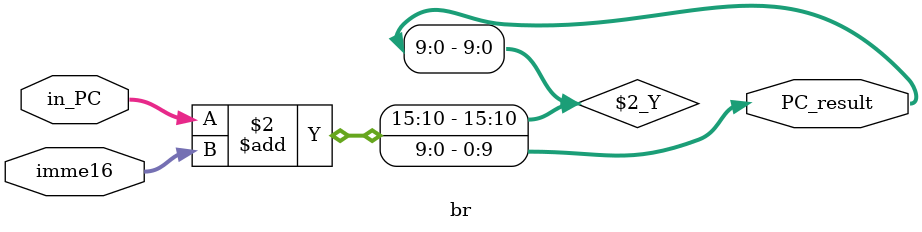
<source format=v>
module br(
  input [0:15] imme16,
  input [0:9] in_PC,

  output reg [0:9] PC_result
);

always @(*) begin
  PC_result = in_PC + imme16;
end

endmodule
</source>
